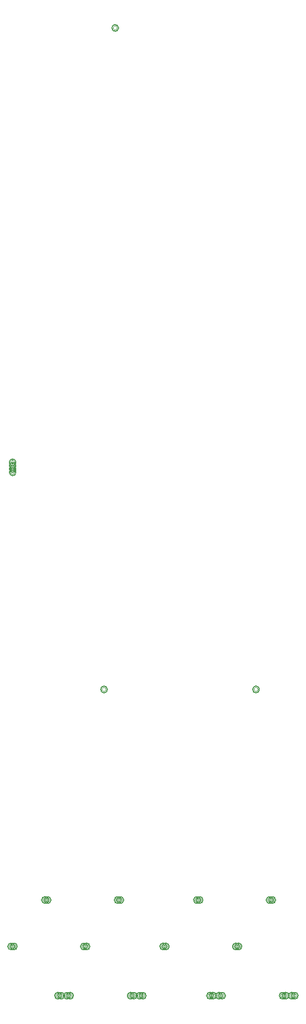
<source format=gbr>
%TF.GenerationSoftware,Altium Limited,Altium Designer,22.5.1 (42)*%
G04 Layer_Color=2752767*
%FSLAX26Y26*%
%MOIN*%
%TF.SameCoordinates,79F18A81-A5BF-4171-AD75-6FA3A7A6B408*%
%TF.FilePolarity,Positive*%
%TF.FileFunction,Drawing*%
%TF.Part,Single*%
G01*
G75*
%TA.AperFunction,NonConductor*%
%ADD175C,0.006667*%
%ADD176C,0.004000*%
D175*
X7821181Y11160433D02*
G03*
X7821181Y11160433I-20000J0D01*
G01*
X7209961Y8513779D02*
G03*
X7209961Y8513779I-20000J0D01*
G01*
Y8533465D02*
G03*
X7209961Y8533465I-20000J0D01*
G01*
Y8553149D02*
G03*
X7209961Y8553149I-20000J0D01*
G01*
Y8572835D02*
G03*
X7209961Y8572835I-20000J0D01*
G01*
X8660184Y7220053D02*
G03*
X8660184Y7220053I-20000J0D01*
G01*
X7754672D02*
G03*
X7754672Y7220053I-20000J0D01*
G01*
X7201595Y5688976D02*
G03*
X7201595Y5688976I-20000J0D01*
G01*
X7217343D02*
G03*
X7217343Y5688976I-20000J0D01*
G01*
X7634666D02*
G03*
X7634666Y5688976I-20000J0D01*
G01*
X7650413D02*
G03*
X7650413Y5688976I-20000J0D01*
G01*
X8107106D02*
G03*
X8107106Y5688976I-20000J0D01*
G01*
X8122854D02*
G03*
X8122854Y5688976I-20000J0D01*
G01*
X7418622Y5965551D02*
G03*
X7418622Y5965551I-20000J0D01*
G01*
X7402874D02*
G03*
X7402874Y5965551I-20000J0D01*
G01*
X7851693D02*
G03*
X7851693Y5965551I-20000J0D01*
G01*
X7835945D02*
G03*
X7835945Y5965551I-20000J0D01*
G01*
X8308386D02*
G03*
X8308386Y5965551I-20000J0D01*
G01*
X8324134D02*
G03*
X8324134Y5965551I-20000J0D01*
G01*
X8555925Y5688976D02*
G03*
X8555925Y5688976I-20000J0D01*
G01*
X8540177D02*
G03*
X8540177Y5688976I-20000J0D01*
G01*
X8757205Y5965551D02*
G03*
X8757205Y5965551I-20000J0D01*
G01*
X8741457D02*
G03*
X8741457Y5965551I-20000J0D01*
G01*
X8836929Y5395669D02*
G03*
X8836929Y5395669I-20000J0D01*
G01*
X8819016D02*
G03*
X8819016Y5395669I-20000J0D01*
G01*
X8873248D02*
G03*
X8873248Y5395669I-20000J0D01*
G01*
X8891162D02*
G03*
X8891162Y5395669I-20000J0D01*
G01*
X8403858D02*
G03*
X8403858Y5395669I-20000J0D01*
G01*
X8385945D02*
G03*
X8385945Y5395669I-20000J0D01*
G01*
X8440177D02*
G03*
X8440177Y5395669I-20000J0D01*
G01*
X8458091D02*
G03*
X8458091Y5395669I-20000J0D01*
G01*
X7931417D02*
G03*
X7931417Y5395669I-20000J0D01*
G01*
X7913504D02*
G03*
X7913504Y5395669I-20000J0D01*
G01*
X7967736D02*
G03*
X7967736Y5395669I-20000J0D01*
G01*
X7985650D02*
G03*
X7985650Y5395669I-20000J0D01*
G01*
X7552579D02*
G03*
X7552579Y5395669I-20000J0D01*
G01*
X7534665D02*
G03*
X7534665Y5395669I-20000J0D01*
G01*
X7480433D02*
G03*
X7480433Y5395669I-20000J0D01*
G01*
X7498346D02*
G03*
X7498346Y5395669I-20000J0D01*
G01*
D176*
X7813181Y11160433D02*
G03*
X7813181Y11160433I-12000J0D01*
G01*
X7201961Y8513779D02*
G03*
X7201961Y8513779I-12000J0D01*
G01*
Y8533465D02*
G03*
X7201961Y8533465I-12000J0D01*
G01*
Y8553149D02*
G03*
X7201961Y8553149I-12000J0D01*
G01*
Y8572835D02*
G03*
X7201961Y8572835I-12000J0D01*
G01*
X8652184Y7220053D02*
G03*
X8652184Y7220053I-12000J0D01*
G01*
X7746672D02*
G03*
X7746672Y7220053I-12000J0D01*
G01*
X7193595Y5688976D02*
G03*
X7193595Y5688976I-12000J0D01*
G01*
X7209343D02*
G03*
X7209343Y5688976I-12000J0D01*
G01*
X7626666D02*
G03*
X7626666Y5688976I-12000J0D01*
G01*
X7642413D02*
G03*
X7642413Y5688976I-12000J0D01*
G01*
X8099106D02*
G03*
X8099106Y5688976I-12000J0D01*
G01*
X8114854D02*
G03*
X8114854Y5688976I-12000J0D01*
G01*
X7410622Y5965551D02*
G03*
X7410622Y5965551I-12000J0D01*
G01*
X7394874D02*
G03*
X7394874Y5965551I-12000J0D01*
G01*
X7843693D02*
G03*
X7843693Y5965551I-12000J0D01*
G01*
X7827945D02*
G03*
X7827945Y5965551I-12000J0D01*
G01*
X8300386D02*
G03*
X8300386Y5965551I-12000J0D01*
G01*
X8316134D02*
G03*
X8316134Y5965551I-12000J0D01*
G01*
X8547925Y5688976D02*
G03*
X8547925Y5688976I-12000J0D01*
G01*
X8532177D02*
G03*
X8532177Y5688976I-12000J0D01*
G01*
X8749205Y5965551D02*
G03*
X8749205Y5965551I-12000J0D01*
G01*
X8733457D02*
G03*
X8733457Y5965551I-12000J0D01*
G01*
X8828929Y5395669D02*
G03*
X8828929Y5395669I-12000J0D01*
G01*
X8811016D02*
G03*
X8811016Y5395669I-12000J0D01*
G01*
X8865248D02*
G03*
X8865248Y5395669I-12000J0D01*
G01*
X8883162D02*
G03*
X8883162Y5395669I-12000J0D01*
G01*
X8395858D02*
G03*
X8395858Y5395669I-12000J0D01*
G01*
X8377945D02*
G03*
X8377945Y5395669I-12000J0D01*
G01*
X8432177D02*
G03*
X8432177Y5395669I-12000J0D01*
G01*
X8450091D02*
G03*
X8450091Y5395669I-12000J0D01*
G01*
X7923417D02*
G03*
X7923417Y5395669I-12000J0D01*
G01*
X7905504D02*
G03*
X7905504Y5395669I-12000J0D01*
G01*
X7959736D02*
G03*
X7959736Y5395669I-12000J0D01*
G01*
X7977650D02*
G03*
X7977650Y5395669I-12000J0D01*
G01*
X7544579D02*
G03*
X7544579Y5395669I-12000J0D01*
G01*
X7526665D02*
G03*
X7526665Y5395669I-12000J0D01*
G01*
X7472433D02*
G03*
X7472433Y5395669I-12000J0D01*
G01*
X7490346D02*
G03*
X7490346Y5395669I-12000J0D01*
G01*
%TF.MD5,7ba637bd07bf9c2dab5f0689654bf1ec*%
M02*

</source>
